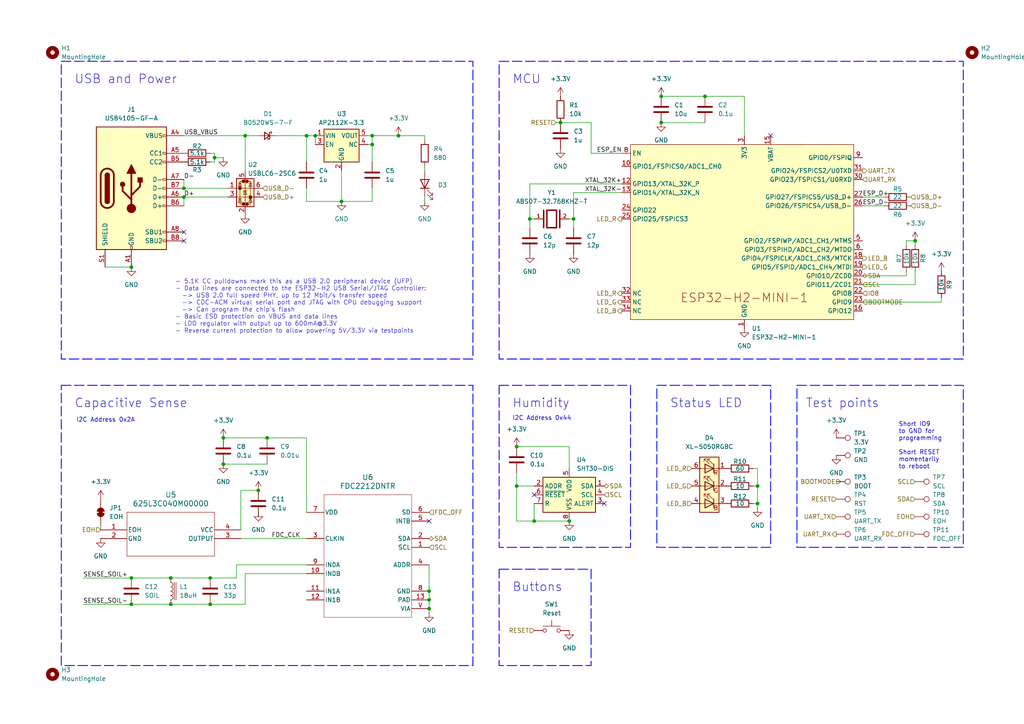
<source format=kicad_sch>
(kicad_sch (version 20250114) (generator "eeschema") (generator_version "9.0")
  (paper "A4")
  (title_block (title "Soil Monitor v0.1"))
  (lib_symbols
    (symbol "625L3C040M00000:625L3C040M00000" (pin_names (offset 0.254))
      (property "Reference" "U" (at 20.32 10.16 0))
      (property "Value" "625L3C040M00000" (at 20.32 7.62 0))
      (symbol "625L3C040M00000_0_1"
        (pin unspecified line (at 0 0 0) (length 7.62) (name "EOH") (number "1"))
        (pin power_out line (at 0 -2.54 0) (length 7.62) (name "GND") (number "2"))
        (pin power_in line (at 40.64 0 180) (length 7.62) (name "VCC") (number "4"))
        (pin output line (at 40.64 -2.54 180) (length 7.62) (name "OUTPUT") (number "3"))
      )
    )
    (symbol "ABS07-32.768KHZ-T:ABS07-32.768KHZ-T" (pin_names (offset 1.016))
      (property "Reference" "Y" (at -5.0878 3.8159 0))
      (property "Value" "ABS07-32.768KHZ-T" (at -5.0944 -5.0944 0))
      (symbol "ABS07-32.768KHZ-T_0_0"
        (pin passive line (at -5.08 0 0) (length 2.54) (name "~") (number "1"))
        (pin passive line (at 5.08 0 180) (length 2.54) (name "~") (number "2"))
      )
    )
    (symbol "Connector:TestPoint" (pin_numbers (hide yes)) (pin_names (offset 0.762) (hide yes))
      (property "Reference" "TP" (at 0 6.858 0))
      (property "Value" "TestPoint" (at 0 5.08 0))
      (symbol "TestPoint_1_1"
        (pin passive line (at 0 0 90) (length 2.54) (name "1") (number "1"))
      )
    )
    (symbol "Connector:USB_C_Receptacle_USB2.0_16P" (pin_names (offset 1.016))
      (property "Reference" "J" (at 0 22.225 0))
      (property "Value" "USB_C_Receptacle_USB2.0_16P" (at 0 19.685 0))
      (symbol "USB_C_Receptacle_USB2.0_16P_1_1"
        (pin passive line (at -7.62 -22.86 90) (length 5.08) (name "SHIELD") (number "S1"))
        (pin passive line (at 0 -22.86 90) (length 5.08) (name "GND") (number "A1"))
        (pin passive line (at 0 -22.86 90) (length 5.08) (hide yes) (name "GND") (number "A12"))
        (pin passive line (at 0 -22.86 90) (length 5.08) (hide yes) (name "GND") (number "B1"))
        (pin passive line (at 0 -22.86 90) (length 5.08) (hide yes) (name "GND") (number "B12"))
        (pin passive line (at 15.24 15.24 180) (length 5.08) (name "VBUS") (number "A4"))
        (pin passive line (at 15.24 15.24 180) (length 5.08) (hide yes) (name "VBUS") (number "A9"))
        (pin passive line (at 15.24 15.24 180) (length 5.08) (hide yes) (name "VBUS") (number "B4"))
        (pin passive line (at 15.24 15.24 180) (length 5.08) (hide yes) (name "VBUS") (number "B9"))
        (pin bidirectional line (at 15.24 10.16 180) (length 5.08) (name "CC1") (number "A5"))
        (pin bidirectional line (at 15.24 7.62 180) (length 5.08) (name "CC2") (number "B5"))
        (pin bidirectional line (at 15.24 2.54 180) (length 5.08) (name "D-") (number "A7"))
        (pin bidirectional line (at 15.24 0 180) (length 5.08) (name "D-") (number "B7"))
        (pin bidirectional line (at 15.24 -2.54 180) (length 5.08) (name "D+") (number "A6"))
        (pin bidirectional line (at 15.24 -5.08 180) (length 5.08) (name "D+") (number "B6"))
        (pin bidirectional line (at 15.24 -12.7 180) (length 5.08) (name "SBU1") (number "A8"))
        (pin bidirectional line (at 15.24 -15.24 180) (length 5.08) (name "SBU2") (number "B8"))
      )
    )
    (symbol "Device:C" (pin_numbers (hide yes)) (pin_names (offset 0.254))
      (property "Reference" "C" (at 0.635 2.54 0))
      (property "Value" "C" (at 0.635 -2.54 0))
      (symbol "C_1_1"
        (pin passive line (at 0 3.81 270) (length 2.794) (name "~") (number "1"))
        (pin passive line (at 0 -3.81 90) (length 2.794) (name "~") (number "2"))
      )
    )
    (symbol "Device:D_Schottky_Small" (pin_numbers (hide yes)) (pin_names (offset 0.254) (hide yes))
      (property "Reference" "D" (at -1.27 2.032 0))
      (property "Value" "D_Schottky_Small" (at -7.112 -2.032 0))
      (symbol "D_Schottky_Small_1_1"
        (pin passive line (at -2.54 0 0) (length 1.778) (name "K") (number "1"))
        (pin passive line (at 2.54 0 180) (length 1.778) (name "A") (number "2"))
      )
    )
    (symbol "Device:LED" (pin_numbers (hide yes)) (pin_names (offset 1.016) (hide yes))
      (property "Reference" "D" (at 0 2.54 0))
      (property "Value" "LED" (at 0 -2.54 0))
      (symbol "LED_1_1"
        (pin passive line (at -3.81 0 0) (length 2.54) (name "K") (number "1"))
        (pin passive line (at 3.81 0 180) (length 2.54) (name "A") (number "2"))
      )
    )
    (symbol "Device:LED_RGB" (pin_names (offset 0) (hide yes))
      (property "Reference" "D" (at 0 9.398 0))
      (property "Value" "LED_RGB" (at 0 -8.89 0))
      (symbol "LED_RGB_0_0"
        (text "R" (at -1.905 3.81 0) (effects (font (size 1.27 1.27))))
        (text "G" (at -1.905 -1.27 0) (effects (font (size 1.27 1.27))))
        (text "B" (at -1.905 -6.35 0) (effects (font (size 1.27 1.27))))
      )
      (symbol "LED_RGB_1_1"
        (pin passive line (at -5.08 5.08 0) (length 2.54) (name "RK") (number "1"))
        (pin passive line (at -5.08 0 0) (length 2.54) (name "GK") (number "2"))
        (pin passive line (at -5.08 -5.08 0) (length 2.54) (name "BK") (number "3"))
        (pin passive line (at 5.08 5.08 180) (length 2.54) (name "RA") (number "6"))
        (pin passive line (at 5.08 0 180) (length 2.54) (name "GA") (number "5"))
        (pin passive line (at 5.08 -5.08 180) (length 2.54) (name "BA") (number "4"))
      )
    )
    (symbol "Device:L_Iron" (pin_numbers (hide yes)) (pin_names (offset 1.016) (hide yes))
      (property "Reference" "L" (at -1.27 0 90))
      (property "Value" "L_Iron" (at 2.794 0 90))
      (symbol "L_Iron_1_1"
        (pin passive line (at 0 3.81 270) (length 1.27) (name "1") (number "1"))
        (pin passive line (at 0 -3.81 90) (length 1.27) (name "2") (number "2"))
      )
    )
    (symbol "Device:R" (pin_numbers (hide yes)) (pin_names (offset 0))
      (property "Reference" "R" (at 2.032 0 90))
      (property "Value" "R" (at 0 0 90))
      (symbol "R_1_1"
        (pin passive line (at 0 3.81 270) (length 1.27) (name "~") (number "1"))
        (pin passive line (at 0 -3.81 90) (length 1.27) (name "~") (number "2"))
      )
    )
    (symbol "FDC2212DNTR:FDC2212DNTR" (pin_names (offset 0.254))
      (property "Reference" "U" (at 0 2.54 0))
      (property "Value" "FDC2212DNTR" (at 0 0 0))
      (symbol "FDC2212DNTR_0_1"
        (pin power_in line (at -17.78 12.7 0) (length 5.08) (name "VDD") (number "7"))
        (pin input line (at -17.78 5.08 0) (length 5.08) (name "CLKIN") (number "3"))
        (pin input line (at -17.78 -2.54 0) (length 5.08) (name "IN0A") (number "9"))
        (pin input line (at -17.78 -5.08 0) (length 5.08) (name "IN0B") (number "10"))
        (pin input line (at -17.78 -10.16 0) (length 5.08) (name "IN1A") (number "11"))
        (pin input line (at -17.78 -12.7 0) (length 5.08) (name "IN1B") (number "12"))
        (pin input line (at 17.78 12.7 180) (length 5.08) (name "SD") (number "6"))
        (pin output line (at 17.78 10.16 180) (length 5.08) (name "INTB") (number "5"))
        (pin bidirectional line (at 17.78 5.08 180) (length 5.08) (name "SDA") (number "2"))
        (pin input line (at 17.78 2.54 180) (length 5.08) (name "SCL") (number "1"))
        (pin input line (at 17.78 -2.54 180) (length 5.08) (name "ADDR") (number "4"))
      )
      (symbol "FDC2212DNTR_1_1"
        (pin power_in line (at 17.78 -10.16 180) (length 5.08) (name "GND") (number "8"))
        (pin power_in line (at 17.78 -12.7 180) (length 5.08) (name "PAD") (number "13"))
        (pin power_in line (at 17.78 -15.24 180) (length 5.08) (name "VIA") (number "V"))
      )
    )
    (symbol "Jumper:SolderJumper_2_Bridged" (pin_numbers (hide yes)) (pin_names (offset 0) (hide yes)) (in_bom no)
      (property "Reference" "JP" (at 0 2.032 0))
      (property "Value" "SolderJumper_2_Bridged" (at 0 -2.54 0))
      (symbol "SolderJumper_2_Bridged_1_1"
        (pin passive line (at -3.81 0 0) (length 2.54) (name "A") (number "1"))
        (pin passive line (at 3.81 0 180) (length 2.54) (name "B") (number "2"))
      )
    )
    (symbol "Mechanical:MountingHole" (pin_names (offset 1.016)) (in_bom no)
      (property "Reference" "H" (at 0 5.08 0))
      (property "Value" "MountingHole" (at 0 3.175 0))
    )
    (symbol "PCM_Espressif:ESP32-H2-MINI-1"
      (property "Reference" "U1" (at 2.1433 -27.94 0))
      (property "Value" "ESP32-H2-MINI-1" (at 2.1433 -30.48 0))
      (symbol "ESP32-H2-MINI-1_1_0"
        (text "ESP32-H2-MINI-1" (at 0 -19.05 0) (effects (font (size 2.54 2.54))))
        (pin bidirectional line (at -35.56 19.05 0) (length 2.54) (name "GPIO1/FSPICS0/ADC1_CH0") (number "10"))
        (pin bidirectional line (at -35.56 6.35 0) (length 2.54) (name "GPIO22") (number "24"))
        (pin bidirectional line (at -35.56 3.81 0) (length 2.54) (name "GPIO25/FSPICS3") (number "25"))
        (pin no_connect line (at -35.56 -13.97 0) (length 2.54) (hide yes) (name "NC") (number "17"))
        (pin no_connect line (at -35.56 -13.97 0) (length 2.54) (hide yes) (name "NC") (number "28"))
        (pin no_connect line (at -35.56 -13.97 0) (length 2.54) (hide yes) (name "NC") (number "29"))
        (pin no_connect line (at -35.56 -13.97 0) (length 2.54) (hide yes) (name "NC") (number "35"))
        (pin no_connect line (at -35.56 -13.97 0) (length 2.54) (hide yes) (name "NC") (number "4"))
        (pin no_connect line (at -35.56 -13.97 0) (length 2.54) (hide yes) (name "NC") (number "7"))
        (pin passive line (at -35.56 -17.78 0) (length 2.54) (name "NC") (number "32"))
        (pin passive line (at -35.56 -20.32 0) (length 2.54) (name "NC") (number "33"))
        (pin passive line (at -35.56 -22.86 0) (length 2.54) (name "NC") (number "34"))
        (pin bidirectional line (at 34.29 21.59 180) (length 2.54) (name "GPIO0/FSPIQ") (number "9"))
      )
      (symbol "ESP32-H2-MINI-1_1_1"
        (pin input line (at -35.56 22.86 0) (length 2.54) (name "EN") (number "8"))
        (pin bidirectional line (at -35.56 13.97 0) (length 2.54) (name "GPIO13/XTAL_32K_P") (number "12"))
        (pin bidirectional line (at -35.56 11.43 0) (length 2.54) (name "GPIO14/XTAL_32K_N") (number "13"))
        (pin power_in line (at 0 27.94 270) (length 2.54) (name "3V3") (number "3"))
        (pin power_in line (at 0 -27.94 90) (length 2.54) (name "GND") (number "1"))
        (pin passive line (at 0 -27.94 90) (length 2.54) (hide yes) (name "GND") (number "11"))
        (pin passive line (at 0 -27.94 90) (length 2.54) (hide yes) (name "GND") (number "14"))
        (pin passive line (at 0 -27.94 90) (length 2.54) (hide yes) (name "GND") (number "2"))
        (pin passive line (at 0 -27.94 90) (length 2.54) (hide yes) (name "GND") (number "36"))
        (pin passive line (at 0 -27.94 90) (length 2.54) (hide yes) (name "GND") (number "37"))
        (pin passive line (at 0 -27.94 90) (length 2.54) (hide yes) (name "GND") (number "38"))
        (pin passive line (at 0 -27.94 90) (length 2.54) (hide yes) (name "GND") (number "39"))
        (pin passive line (at 0 -27.94 90) (length 2.54) (hide yes) (name "GND") (number "40"))
        (pin passive line (at 0 -27.94 90) (length 2.54) (hide yes) (name "GND") (number "41"))
        (pin passive line (at 0 -27.94 90) (length 2.54) (hide yes) (name "GND") (number "42"))
        (pin passive line (at 0 -27.94 90) (length 2.54) (hide yes) (name "GND") (number "43"))
        (pin passive line (at 0 -27.94 90) (length 2.54) (hide yes) (name "GND") (number "44"))
        (pin passive line (at 0 -27.94 90) (length 2.54) (hide yes) (name "GND") (number "45"))
        (pin passive line (at 0 -27.94 90) (length 2.54) (hide yes) (name "GND") (number "46"))
        (pin passive line (at 0 -27.94 90) (length 2.54) (hide yes) (name "GND") (number "47"))
        (pin passive line (at 0 -27.94 90) (length 2.54) (hide yes) (name "GND") (number "48"))
        (pin passive line (at 0 -27.94 90) (length 2.54) (hide yes) (name "GND") (number "49"))
        (pin passive line (at 0 -27.94 90) (length 2.54) (hide yes) (name "GND") (number "50"))
        (pin passive line (at 0 -27.94 90) (length 2.54) (hide yes) (name "GND") (number "51"))
        (pin passive line (at 0 -27.94 90) (length 2.54) (hide yes) (name "GND") (number "52"))
        (pin passive line (at 0 -27.94 90) (length 2.54) (hide yes) (name "GND") (number "53"))
        (pin input line (at 7.62 27.94 270) (length 2.54) (name "VBAT") (number "15"))
        (pin bidirectional line (at 34.29 17.78 180) (length 2.54) (name "GPIO24/FSPICS2/U0TXD") (number "31"))
        (pin bidirectional line (at 34.29 15.24 180) (length 2.54) (name "GPIO23/FSPICS1/U0RXD") (number "30"))
        (pin bidirectional line (at 34.29 10.16 180) (length 2.54) (name "GPIO27/FSPICS5/USB_D+") (number "27"))
        (pin bidirectional line (at 34.29 7.62 180) (length 2.54) (name "GPIO26/FSPICS4/USB_D-") (number "26"))
        (pin bidirectional line (at 34.29 -2.54 180) (length 2.54) (name "GPIO2/FSPIWP/ADC1_CH1/MTMS") (number "5"))
        (pin bidirectional line (at 34.29 -5.08 180) (length 2.54) (name "GPIO3/FSPIHD/ADC1_CH2/MTDO") (number "6"))
        (pin bidirectional line (at 34.29 -7.62 180) (length 2.54) (name "GPIO4/FSPICLK/ADC1_CH3/MTCK") (number "18"))
        (pin bidirectional line (at 34.29 -10.16 180) (length 2.54) (name "GPIO5/FSPID/ADC1_CH4/MTDI") (number "19"))
        (pin bidirectional line (at 34.29 -12.7 180) (length 2.54) (name "GPIO10/ZCD0") (number "20"))
        (pin bidirectional line (at 34.29 -15.24 180) (length 2.54) (name "GPIO11/ZCD1") (number "21"))
        (pin bidirectional line (at 34.29 -17.78 180) (length 2.54) (name "GPIO8") (number "22"))
        (pin bidirectional line (at 34.29 -20.32 180) (length 2.54) (name "GPIO9") (number "23"))
        (pin bidirectional line (at 34.29 -22.86 180) (length 2.54) (name "GPIO12") (number "16"))
      )
    )
    (symbol "Power_Protection:USBLC6-2SC6" (pin_names (hide yes))
      (property "Reference" "U" (at 0.635 5.715 0))
      (property "Value" "USBLC6-2SC6" (at 0.635 3.81 0))
      (symbol "USBLC6-2SC6_1_1"
        (pin passive line (at -5.08 0 0) (length 2.54) (name "I/O1") (number "1"))
        (pin passive line (at -5.08 -2.54 0) (length 2.54) (name "I/O2") (number "3"))
        (pin passive line (at 0 5.08 270) (length 2.54) (name "VBUS") (number "5"))
        (pin passive line (at 0 -7.62 90) (length 2.54) (name "GND") (number "2"))
        (pin passive line (at 5.08 0 180) (length 2.54) (name "I/O1") (number "6"))
        (pin passive line (at 5.08 -2.54 180) (length 2.54) (name "I/O2") (number "4"))
      )
    )
    (symbol "Regulator_Linear:AP2112K-3.3" (pin_names (offset 0.254))
      (property "Reference" "U3" (at 0 8.89 0))
      (property "Value" "AP2112K-3.3" (at 0 6.35 0))
      (symbol "AP2112K-3.3_1_1"
        (pin power_in line (at -7.62 2.54 0) (length 2.54) (name "VIN") (number "1"))
        (pin input line (at -7.62 0 0) (length 2.54) (name "EN") (number "3"))
        (pin power_in line (at 0 -7.62 90) (length 2.54) (name "GND") (number "2"))
        (pin no_connect line (at 5.08 0 180) (length 2.54) (hide yes) (name "NC") (number "4"))
        (pin power_out line (at 7.62 2.54 180) (length 2.54) (name "VOUT") (number "5"))
        (pin passive line (at 7.62 0 180) (length 2.54) (name "NC") (number "4"))
      )
    )
    (symbol "Sensor_Humidity:SHT30-DIS"
      (property "Reference" "U" (at -6.35 6.35 0))
      (property "Value" "SHT30-DIS" (at 6.35 6.35 0))
      (symbol "SHT30-DIS_1_1"
        (pin input line (at -10.16 2.54 0) (length 2.54) (name "ADDR") (number "2"))
        (pin input line (at -10.16 0 0) (length 2.54) (name "~{RESET}") (number "6"))
        (pin passive line (at -10.16 -2.54 0) (length 2.54) (name "R") (number "7"))
        (pin power_in line (at 0 7.62 270) (length 2.54) (name "VDD") (number "5"))
        (pin power_in line (at 0 -7.62 90) (length 2.54) (name "VSS") (number "8"))
        (pin passive line (at 0 -7.62 90) (length 2.54) (hide yes) (name "VSS") (number "9"))
        (pin bidirectional line (at 10.16 2.54 180) (length 2.54) (name "SDA") (number "1"))
        (pin input line (at 10.16 0 180) (length 2.54) (name "SCL") (number "4"))
        (pin output line (at 10.16 -2.54 180) (length 2.54) (name "ALERT") (number "3"))
      )
    )
    (symbol "Switch:SW_Push" (pin_numbers (hide yes)) (pin_names (offset 1.016) (hide yes))
      (property "Reference" "SW" (at 1.27 2.54 0))
      (property "Value" "SW_Push" (at 0 -1.524 0))
      (symbol "SW_Push_0_1"
        (pin passive line (at -5.08 0 0) (length 2.54) (name "1") (number "1"))
        (pin passive line (at 5.08 0 180) (length 2.54) (name "2") (number "2"))
      )
    )
    (symbol "power:+3.3V" (power) (pin_numbers (hide yes)) (pin_names (offset 0) (hide yes))
      (property "Value" "+3.3V" (at 0 3.556 0))
      (symbol "+3.3V_1_1"
        (pin power_in line (at 0 0 90) (length 0) (name "~") (number "1"))
      )
    )
    (symbol "power:+3V3" (power) (pin_numbers (hide yes)) (pin_names (offset 0) (hide yes))
      (property "Value" "+3V3" (at 0 3.556 0))
      (symbol "+3V3_1_1"
        (pin power_in line (at 0 0 90) (length 0) (name "~") (number "1"))
      )
    )
    (symbol "power:GND" (power) (pin_numbers (hide yes)) (pin_names (offset 0) (hide yes))
      (property "Value" "GND" (at 0 -3.81 0))
      (symbol "GND_1_1"
        (pin power_in line (at 0 0 270) (length 0) (name "~") (number "1"))
      )
    )
  )
  (rectangle (start 144.78 111.76) (end 182.88 158.75) (stroke (width 0.254) (type dash) (color 0 0 255 1)))
  (rectangle (start 17.78 111.76) (end 137.16 193.04) (stroke (width 0.254) (type dash) (color 0 0 255 1)))
  (rectangle (start 17.78 17.78) (end 137.16 104.14) (stroke (width 0.254) (type dash) (color 0 0 255 1)))
  (rectangle (start 190.5 111.76) (end 223.52 158.75) (stroke (width 0.254) (type dash) (color 0 0 255 1)))
  (rectangle (start 144.78 165.1) (end 171.45 193.04) (stroke (width 0.254) (type dash) (color 0 0 255 1)))
  (rectangle (start 144.78 17.78) (end 279.4 104.14) (stroke (width 0.254) (type dash) (color 0 0 255 1)))
  (rectangle (start 231.14 111.76) (end 279.4 158.75) (stroke (width 0.254) (type dash) (color 0 0 255 1)))
  (text "Capacitive Sense" (at 21.59 115.57 0) (effects (font (size 2.54 2.54)) (justify left top)))
  (text "Humidity" (at 148.59 115.57 0) (effects (font (size 2.54 2.54)) (justify left top)))
  (text "Short IO9\nto GND for\nprogramming\n\nShort RESET\nmomentarily\nto reboot" (at 260.604 129.286 0) (effects (font (size 1.27 1.27)) (justify left)))
  (text "Status LED" (at 194.31 115.57 0) (effects (font (size 2.54 2.54)) (justify left top)))
  (text "I2C Address 0x2A" (at 22.098 121.158 0) (effects (font (size 1.27 1.27)) (justify left top)))
  (text "MCU" (at 148.59 21.59 0) (effects (font (size 2.54 2.54)) (justify left top)))
  (text "- 5.1K CC pulldowns mark this as a USB 2.0 peripheral device (UFP)\n- Data lines are connected to the ESP32-H2 USB Serial/JTAG Controller:\n  -> USB 2.0 full speed PHY, up to 12 Mbit/s transfer speed \n  -> CDC-ACM virtual serial port and JTAG with CPU debugging support\n  -> Can program the chip's flash\n- Basic ESD protection on VBUS and data lines\n- LDO regulator with output up to 600mA@3.3V\n- Reverse current protection to allow powering 5V/3.3V via testpoints" (at 50.8 81.026 0) (effects (font (size 1.27 1.27) (thickness 0.1111)) (justify left top)))
  (text "USB and Power" (at 21.59 21.59 0) (effects (font (size 2.54 2.54)) (justify left top)))
  (text "I2C Address 0x44" (at 148.59 120.65 0) (effects (font (size 1.27 1.27)) (justify left top)))
  (text "Buttons" (at 148.59 168.91 0) (effects (font (size 2.54 2.54)) (justify left top)))
  (text "Test points" (at 233.68 115.57 0) (effects (font (size 2.54 2.54)) (justify left top)))
  (junction (at 107.95 41.91))
  (junction (at 124.46 173.99))
  (junction (at 88.9 39.37))
  (junction (at 219.71 140.97))
  (junction (at 154.94 151.13))
  (junction (at 62.23 45.72))
  (junction (at 38.1 77.47))
  (junction (at 60.96 175.26))
  (junction (at 153.67 63.5))
  (junction (at 49.53 175.26))
  (junction (at 60.96 167.64))
  (junction (at 53.34 57.15))
  (junction (at 99.06 58.42))
  (junction (at 124.46 171.45))
  (junction (at 53.34 54.61))
  (junction (at 219.71 146.05))
  (junction (at 124.46 176.53))
  (junction (at 149.86 140.97))
  (junction (at 74.93 142.24))
  (junction (at 77.47 127))
  (junction (at 191.77 35.56))
  (junction (at 38.1 167.64))
  (junction (at 204.47 27.94))
  (junction (at 107.95 39.37))
  (junction (at 71.12 39.37))
  (junction (at 165.1 151.13))
  (junction (at 38.1 175.26))
  (junction (at 64.77 127))
  (junction (at 64.77 134.62))
  (junction (at 166.37 63.5))
  (junction (at 115.57 39.37))
  (junction (at 49.53 167.64))
  (junction (at 191.77 27.94))
  (junction (at 149.86 129.54))
  (junction (at 265.43 69.85))
  (junction (at 162.56 35.56))
  (junction (at 91.44 39.37))
  (no_connect (at 223.52 39.37))
  (no_connect (at 53.34 67.31))
  (no_connect (at 175.26 146.05))
  (no_connect (at 154.94 143.51))
  (no_connect (at 53.34 69.85))
  (no_connect (at 124.46 151.13))
  (wire (pts (xy 243.84 139.7) (xy 242.57 139.7)))
  (wire (pts (xy 215.9 27.94) (xy 204.47 27.94)))
  (wire (pts (xy 62.23 45.72) (xy 62.23 46.99)))
  (wire (pts (xy 38.1 175.26) (xy 49.53 175.26)))
  (wire (pts (xy 124.46 163.83) (xy 124.46 171.45)))
  (wire (pts (xy 53.34 57.15) (xy 66.04 57.15)))
  (wire (pts (xy 166.37 63.5) (xy 165.1 63.5)))
  (wire (pts (xy 219.71 140.97) (xy 219.71 146.05)))
  (wire (pts (xy 62.23 46.99) (xy 60.96 46.99)))
  (wire (pts (xy 219.71 146.05) (xy 218.44 146.05)))
  (wire (pts (xy 171.45 35.56) (xy 171.45 44.45)))
  (wire (pts (xy 74.93 148.59) (xy 74.93 149.86)))
  (wire (pts (xy 60.96 175.26) (xy 71.12 175.26)))
  (wire (pts (xy 123.19 57.15) (xy 123.19 58.42)))
  (wire (pts (xy 250.19 57.15) (xy 256.54 57.15)))
  (wire (pts (xy 191.77 27.94) (xy 204.47 27.94)))
  (wire (pts (xy 38.1 167.64) (xy 49.53 167.64)))
  (wire (pts (xy 262.89 71.12) (xy 262.89 69.85)))
  (wire (pts (xy 107.95 41.91) (xy 107.95 46.99)))
  (wire (pts (xy 88.9 46.99) (xy 88.9 39.37)))
  (wire (pts (xy 165.1 129.54) (xy 149.86 129.54)))
  (wire (pts (xy 88.9 54.61) (xy 88.9 58.42)))
  (wire (pts (xy 265.43 82.55) (xy 250.19 82.55)))
  (wire (pts (xy 219.71 135.89) (xy 218.44 135.89)))
  (wire (pts (xy 88.9 127) (xy 88.9 148.59)))
  (wire (pts (xy 219.71 146.05) (xy 219.71 147.32)))
  (wire (pts (xy 265.43 71.12) (xy 265.43 69.85)))
  (wire (pts (xy 88.9 166.37) (xy 71.12 166.37)))
  (wire (pts (xy 49.53 175.26) (xy 60.96 175.26)))
  (wire (pts (xy 62.23 44.45) (xy 60.96 44.45)))
  (wire (pts (xy 250.19 59.69) (xy 256.54 59.69)))
  (wire (pts (xy 153.67 53.34) (xy 153.67 63.5)))
  (wire (pts (xy 80.01 39.37) (xy 88.9 39.37)))
  (wire (pts (xy 53.34 39.37) (xy 71.12 39.37)))
  (wire (pts (xy 219.71 140.97) (xy 218.44 140.97)))
  (wire (pts (xy 124.46 173.99) (xy 124.46 176.53)))
  (wire (pts (xy 124.46 171.45) (xy 124.46 173.99)))
  (wire (pts (xy 69.85 156.21) (xy 88.9 156.21)))
  (wire (pts (xy 166.37 55.88) (xy 180.34 55.88)))
  (wire (pts (xy 273.05 86.36) (xy 273.05 87.63)))
  (wire (pts (xy 154.94 140.97) (xy 149.86 140.97)))
  (wire (pts (xy 88.9 39.37) (xy 91.44 39.37)))
  (wire (pts (xy 219.71 135.89) (xy 219.71 140.97)))
  (wire (pts (xy 153.67 63.5) (xy 154.94 63.5)))
  (wire (pts (xy 99.06 58.42) (xy 107.95 58.42)))
  (wire (pts (xy 161.29 35.56) (xy 162.56 35.56)))
  (wire (pts (xy 149.86 151.13) (xy 154.94 151.13)))
  (wire (pts (xy 154.94 151.13) (xy 165.1 151.13)))
  (wire (pts (xy 171.45 35.56) (xy 162.56 35.56)))
  (wire (pts (xy 30.48 77.47) (xy 38.1 77.47)))
  (wire (pts (xy 69.85 142.24) (xy 69.85 153.67)))
  (wire (pts (xy 106.68 39.37) (xy 107.95 39.37)))
  (wire (pts (xy 24.13 167.64) (xy 38.1 167.64)))
  (wire (pts (xy 149.86 137.16) (xy 149.86 140.97)))
  (wire (pts (xy 250.19 87.63) (xy 273.05 87.63)))
  (wire (pts (xy 153.67 63.5) (xy 153.67 66.04)))
  (wire (pts (xy 123.19 49.53) (xy 123.19 48.26)))
  (wire (pts (xy 53.34 52.07) (xy 53.34 54.61)))
  (wire (pts (xy 53.34 54.61) (xy 66.04 54.61)))
  (wire (pts (xy 123.19 40.64) (xy 123.19 39.37)))
  (wire (pts (xy 24.13 175.26) (xy 38.1 175.26)))
  (wire (pts (xy 124.46 176.53) (xy 124.46 177.8)))
  (wire (pts (xy 88.9 58.42) (xy 99.06 58.42)))
  (wire (pts (xy 71.12 39.37) (xy 71.12 49.53)))
  (wire (pts (xy 64.77 45.72) (xy 62.23 45.72)))
  (wire (pts (xy 107.95 39.37) (xy 107.95 41.91)))
  (wire (pts (xy 53.34 57.15) (xy 53.34 59.69)))
  (wire (pts (xy 68.58 163.83) (xy 88.9 163.83)))
  (wire (pts (xy 262.89 80.01) (xy 250.19 80.01)))
  (wire (pts (xy 153.67 53.34) (xy 180.34 53.34)))
  (wire (pts (xy 71.12 166.37) (xy 71.12 175.26)))
  (wire (pts (xy 262.89 78.74) (xy 262.89 80.01)))
  (wire (pts (xy 149.86 140.97) (xy 149.86 151.13)))
  (wire (pts (xy 29.21 152.4) (xy 29.21 153.67)))
  (wire (pts (xy 71.12 39.37) (xy 74.93 39.37)))
  (wire (pts (xy 107.95 54.61) (xy 107.95 58.42)))
  (wire (pts (xy 107.95 39.37) (xy 115.57 39.37)))
  (wire (pts (xy 166.37 63.5) (xy 166.37 66.04)))
  (wire (pts (xy 166.37 55.88) (xy 166.37 63.5)))
  (wire (pts (xy 171.45 44.45) (xy 180.34 44.45)))
  (wire (pts (xy 62.23 44.45) (xy 62.23 45.72)))
  (wire (pts (xy 191.77 35.56) (xy 204.47 35.56)))
  (wire (pts (xy 60.96 167.64) (xy 68.58 167.64)))
  (wire (pts (xy 64.77 134.62) (xy 77.47 134.62)))
  (wire (pts (xy 49.53 167.64) (xy 60.96 167.64)))
  (wire (pts (xy 77.47 127) (xy 88.9 127)))
  (wire (pts (xy 74.93 142.24) (xy 69.85 142.24)))
  (wire (pts (xy 154.94 146.05) (xy 154.94 151.13)))
  (wire (pts (xy 265.43 78.74) (xy 265.43 82.55)))
  (wire (pts (xy 123.19 39.37) (xy 115.57 39.37)))
  (wire (pts (xy 91.44 39.37) (xy 91.44 41.91)))
  (wire (pts (xy 215.9 39.37) (xy 215.9 27.94)))
  (wire (pts (xy 106.68 41.91) (xy 107.95 41.91)))
  (wire (pts (xy 68.58 167.64) (xy 68.58 163.83)))
  (wire (pts (xy 99.06 58.42) (xy 99.06 49.53)))
  (wire (pts (xy 262.89 69.85) (xy 265.43 69.85)))
  (wire (pts (xy 64.77 127) (xy 77.47 127)))
  (wire (pts (xy 165.1 135.89) (xy 165.1 129.54)))
  (label "ESP_D-" (at 250.19 59.69 0))
  (label "FDC_CLK" (at 78.74 156.21 0))
  (label "XTAL_32K+" (at 180.34 53.34 180))
  (label "USB_VBUS" (at 53.34 39.37 0))
  (label "XTAL_32K-" (at 180.34 55.88 180))
  (label "D+" (at 53.34 57.15 0))
  (label "ESP_EN" (at 180.34 44.45 180))
  (label "SENSE_SOIL+" (at 24.13 167.64 0))
  (label "D-" (at 53.34 52.07 0))
  (label "SENSE_SOIL-" (at 24.13 175.26 0))
  (label "ESP_D+" (at 250.19 57.15 0))
  (hierarchical_label "RESET" (shape input) (at 161.29 35.56 180))
  (hierarchical_label "LED_G" (shape output) (at 180.34 87.63 180))
  (hierarchical_label "USB_D-" (shape input) (at 76.2 54.61 0))
  (hierarchical_label "EOH" (shape input) (at 29.21 153.67 180))
  (hierarchical_label "RESET" (shape input) (at 154.94 182.88 180))
  (hierarchical_label "SDA" (shape bidirectional) (at 124.46 156.21 0))
  (hierarchical_label "LED_G" (shape input) (at 200.66 140.97 180))
  (hierarchical_label "FDC_OFF" (shape input) (at 265.43 154.94 180))
  (hierarchical_label "UART_TX" (shape output) (at 250.19 49.53 0))
  (hierarchical_label "RESET" (shape input) (at 242.57 144.78 180))
  (hierarchical_label "LED_B" (shape output) (at 180.34 90.17 180))
  (hierarchical_label "UART_RX" (shape output) (at 242.57 154.94 180))
  (hierarchical_label "LED_B" (shape input) (at 200.66 146.05 180))
  (hierarchical_label "EOH" (shape input) (at 265.43 149.86 180))
  (hierarchical_label "LED_R" (shape output) (at 180.34 63.5 180))
  (hierarchical_label "USB_D-" (shape input) (at 264.16 59.69 0))
  (hierarchical_label "SCL" (shape input) (at 175.26 143.51 0))
  (hierarchical_label "UART_TX" (shape input) (at 242.57 149.86 180))
  (hierarchical_label "SDA" (shape input) (at 265.43 144.78 180))
  (hierarchical_label "UART_RX" (shape input) (at 250.19 52.07 0))
  (hierarchical_label "FDC_OFF" (shape input) (at 124.46 148.59 0))
  (hierarchical_label "SCL" (shape input) (at 265.43 139.7 180))
  (hierarchical_label "IO8" (shape input) (at 250.19 85.09 0))
  (hierarchical_label "BOOTMODE" (shape input) (at 243.84 139.7 180))
  (hierarchical_label "LED_G" (shape output) (at 250.19 77.47 0))
  (hierarchical_label "SDA" (shape bidirectional) (at 250.19 80.01 0))
  (hierarchical_label "USB_D+" (shape input) (at 264.16 57.15 0))
  (hierarchical_label "USB_D+" (shape input) (at 76.2 57.15 0))
  (hierarchical_label "SDA" (shape bidirectional) (at 175.26 140.97 0))
  (hierarchical_label "LED_R" (shape output) (at 180.34 85.09 180))
  (hierarchical_label "LED_R" (shape input) (at 200.66 135.89 180))
  (hierarchical_label "SCL" (shape input) (at 124.46 158.75 0))
  (hierarchical_label "SCL" (shape input) (at 250.19 82.55 0))
  (hierarchical_label "LED_B" (shape output) (at 250.19 74.93 0))
  (hierarchical_label "BOOTMODE" (shape input) (at 250.19 87.63 0))
  (symbol (lib_id "Device:C") (at 74.93 146.05 0) (unit 1)
    (property "Reference" "C11" (at 78.74 144.7799 0) (effects (justify left)))
    (property "Value" "0.1u" (at 78.74 147.3199 0) (effects (justify left)))
    (property "Footprint" "Capacitor_SMD:C_0603_1608Metric" (effects (hide yes)))
    (property "Description" "Unpolarized capacitor" (effects (hide yes)))
  )
  (symbol (lib_id "power:GND") (at 165.1 151.13 0) (unit 1)
    (property "Reference" "#PWR024" (effects (hide yes)))
    (property "Value" "GND" (at 165.1 156.21 0))
    (property "Description" "Power symbol creates a global label with name \"GND\" , ground" (effects (hide yes)))
  )
  (symbol (lib_id "power:GND") (at 123.19 58.42 0) (unit 1)
    (property "Reference" "#PWR08" (effects (hide yes)))
    (property "Value" "GND" (at 123.19 63.5 0))
    (property "Description" "Power symbol creates a global label with name \"GND\" , ground" (effects (hide yes)))
  )
  (symbol (lib_id "power:+3.3V") (at 242.57 127 0) (unit 1)
    (property "Reference" "#PWR025" (effects (hide yes)))
    (property "Value" "+3.3V" (at 242.57 121.92 0))
    (property "Description" "Power symbol creates a global label with name \"+3.3V\"" (effects (hide yes)))
  )
  (symbol (lib_id "FDC2212DNTR:FDC2212DNTR") (at 106.68 161.29 0) (unit 1)
    (property "Reference" "U6" (at 106.68 138.43 0) (effects (font (size 1.524 1.524))))
    (property "Value" "FDC2212DNTR" (at 106.68 140.97 0) (effects (font (size 1.524 1.524))))
    (property "Footprint" "FDC2212DNTT:DNT0012B" (effects (hide yes)))
    (property "Datasheet" "https://www.ti.com/lit/gpn/fdc2212" (effects (hide yes)))
  )
  (symbol (lib_id "Device:R") (at 214.63 146.05 90) (unit 1)
    (property "Reference" "R12" (at 214.63 144.018 90))
    (property "Value" "10" (at 214.63 146.05 90))
    (property "Footprint" "Resistor_SMD:R_0603_1608Metric" (effects (hide yes)))
    (property "Description" "Resistor" (effects (hide yes)))
  )
  (symbol (lib_id "Device:R") (at 260.35 57.15 90) (unit 1)
    (property "Reference" "R5" (at 260.35 54.864 90))
    (property "Value" "22" (at 260.35 57.15 90))
    (property "Footprint" "Resistor_SMD:R_0603_1608Metric" (effects (hide yes)))
    (property "Description" "Resistor" (effects (hide yes)))
  )
  (symbol (lib_id "power:GND") (at 124.46 177.8 0) (unit 1)
    (property "Reference" "#PWR027" (effects (hide yes)))
    (property "Value" "GND" (at 124.46 182.88 0))
    (property "Description" "Power symbol creates a global label with name \"GND\" , ground" (effects (hide yes)))
  )
  (symbol (lib_id "Device:LED_RGB") (at 205.74 140.97 0) (mirror y) (unit 1)
    (property "Reference" "D4" (at 205.74 127 0))
    (property "Value" "XL-5050RGBC" (at 205.74 129.54 0))
    (property "Footprint" "LED_SMD:LED_RGB_5050-6" (effects (hide yes)))
    (property "Datasheet" "https://mm.digikey.com/Volume0/opasdata/d220001/medias/docus/6472/5962_XL-5050RGBC%20%205050%E4%B8%83%E5%BD%A9%E5%85%AD%E8%84%9A.pdf" (effects (hide yes)))
    (property "Description" "RGB LED, 6 pin package" (effects (hide yes)))
  )
  (symbol (lib_id "Device:R") (at 265.43 74.93 0) (unit 1)
    (property "Reference" "R8" (at 267.716 74.93 90))
    (property "Value" "10k" (at 265.43 74.93 90))
    (property "Footprint" "Resistor_SMD:R_0603_1608Metric" (effects (hide yes)))
    (property "Description" "Resistor" (effects (hide yes)))
  )
  (symbol (lib_id "Device:L_Iron") (at 49.53 171.45 0) (unit 1)
    (property "Reference" "L1" (at 52.07 170.1799 0) (effects (justify left)))
    (property "Value" "18uH" (at 52.07 172.72 0) (effects (justify left)))
    (property "Footprint" "Inductor_SMD:L_0603_1608Metric" (effects (hide yes)))
    (property "Description" "Inductor with iron core" (effects (hide yes)))
  )
  (symbol (lib_id "power:+3.3V") (at 273.05 78.74 0) (unit 1)
    (property "Reference" "#PWR012" (effects (hide yes)))
    (property "Value" "+3.3V" (at 273.05 73.66 0))
    (property "Description" "Power symbol creates a global label with name \"+3.3V\"" (effects (hide yes)))
  )
  (symbol (lib_id "Connector:TestPoint") (at 265.43 154.94 270) (unit 1)
    (property "Reference" "TP11" (at 270.51 153.6699 90) (effects (justify left)))
    (property "Value" "FDC_OFF" (at 270.51 156.2099 90) (effects (justify left)))
    (property "Footprint" "TestPoint:TestPoint_Pad_D1.0mm" (effects (hide yes)))
    (property "Description" "test point" (effects (hide yes)))
  )
  (symbol (lib_id "Device:C") (at 60.96 171.45 0) (unit 1)
    (property "Reference" "C13" (at 64.77 170.1799 0) (effects (justify left)))
    (property "Value" "33p" (at 64.77 172.7199 0) (effects (justify left)))
    (property "Footprint" "Capacitor_SMD:C_0603_1608Metric" (effects (hide yes)))
    (property "Description" "Unpolarized capacitor" (effects (hide yes)))
  )
  (symbol (lib_id "Connector:TestPoint") (at 242.57 154.94 270) (unit 1)
    (property "Reference" "TP6" (at 247.65 153.6699 90) (effects (justify left)))
    (property "Value" "UART_RX" (at 247.65 156.2099 90) (effects (justify left)))
    (property "Footprint" "TestPoint:TestPoint_Pad_D1.0mm" (effects (hide yes)))
    (property "Description" "test point" (effects (hide yes)))
  )
  (symbol (lib_id "Device:C") (at 166.37 69.85 0) (unit 1)
    (property "Reference" "C7" (at 170.18 68.5799 0) (effects (justify left)))
    (property "Value" "12p" (at 170.18 71.1199 0) (effects (justify left)))
    (property "Footprint" "Capacitor_SMD:C_0603_1608Metric" (effects (hide yes)))
    (property "Description" "Unpolarized capacitor" (effects (hide yes)))
  )
  (symbol (lib_id "Connector:TestPoint") (at 265.43 144.78 270) (unit 1)
    (property "Reference" "TP8" (at 270.51 143.5099 90) (effects (justify left)))
    (property "Value" "SDA" (at 270.51 146.0499 90) (effects (justify left)))
    (property "Footprint" "TestPoint:TestPoint_Pad_D1.0mm" (effects (hide yes)))
    (property "Description" "test point" (effects (hide yes)))
  )
  (symbol (lib_id "Sensor_Humidity:SHT30-DIS") (at 165.1 143.51 0) (unit 1)
    (property "Reference" "U4" (at 167.2433 133.35 0) (effects (justify left)))
    (property "Value" "SHT30-DIS" (at 167.2433 135.89 0) (effects (justify left)))
    (property "Footprint" "Sensor_Humidity:Sensirion_DFN-8-1EP_2.5x2.5mm_P0.5mm_EP1.1x1.7mm" (effects (hide yes)))
    (property "Datasheet" "https://sensirion.com/media/documents/213E6A3B/63A5A569/Datasheet_SHT3x_DIS.pdf" (effects (hide yes)))
    (property "Description" "I²C humidity and temperature sensor, ±2%RH, ±0.2°C, DFN-8" (effects (hide yes)))
  )
  (symbol (lib_id "Device:C") (at 64.77 130.81 0) (unit 1)
    (property "Reference" "C8" (at 68.58 129.5399 0) (effects (justify left)))
    (property "Value" "0.1u" (at 68.58 132.0799 0) (effects (justify left)))
    (property "Footprint" "Capacitor_SMD:C_0603_1608Metric" (effects (hide yes)))
    (property "Description" "Unpolarized capacitor" (effects (hide yes)))
  )
  (symbol (lib_id "PCM_Espressif:ESP32-H2-MINI-1") (at 215.9 67.31 0) (unit 1)
    (property "Reference" "U1" (at 218.0433 95.25 0) (effects (justify left)))
    (property "Value" "ESP32-H2-MINI-1" (at 218.0433 97.79 0) (effects (justify left)))
    (property "Footprint" "PCM_Espressif:ESP32-H2-MINI-1" (effects (hide yes)))
    (property "Datasheet" "https://www.espressif.com/sites/default/files/documentation/esp32-h2-mini-1_mini-1u_datasheet_en.pdf" (effects (hide yes)))
    (property "Description" "ESP32-C2-MINI-1 family is an ultra-low-power MCU-based SoC solution that supports Bluetooth®Low Energy (Bluetooth LE), Zigbee 3.0 and Matter" (effects (hide yes)))
  )
  (symbol (lib_id "power:GND") (at 153.67 73.66 0) (unit 1)
    (property "Reference" "#PWR013" (effects (hide yes)))
    (property "Value" "GND" (at 153.67 78.74 0))
    (property "Description" "Power symbol creates a global label with name \"GND\" , ground" (effects (hide yes)))
  )
  (symbol (lib_id "Regulator_Linear:AP2112K-3.3") (at 99.06 41.91 0) (unit 1)
    (property "Reference" "U3" (at 99.06 33.02 0))
    (property "Value" "AP2112K-3.3" (at 99.06 35.56 0))
    (property "Footprint" "Package_TO_SOT_SMD:SOT-23-5" (effects (hide yes)))
    (property "Datasheet" "https://www.diodes.com/assets/Datasheets/AP2112.pdf" (effects (hide yes)))
    (property "Description" "600mA low dropout linear regulator, with enable pin, 3.8V-6V input voltage range, 3.3V fixed positive output, SOT-23-5" (effects (hide yes)))
  )
  (symbol (lib_id "power:GND") (at 64.77 45.72 0) (unit 1)
    (property "Reference" "#PWR05" (effects (hide yes)))
    (property "Value" "GND" (at 64.77 50.8 0))
    (property "Description" "Power symbol creates a global label with name \"GND\" , ground" (effects (hide yes)))
  )
  (symbol (lib_id "Connector:TestPoint") (at 265.43 149.86 270) (unit 1)
    (property "Reference" "TP10" (at 270.51 148.5899 90) (effects (justify left)))
    (property "Value" "EOH" (at 270.51 151.1299 90) (effects (justify left)))
    (property "Footprint" "TestPoint:TestPoint_Pad_D1.0mm" (effects (hide yes)))
    (property "Description" "test point" (effects (hide yes)))
  )
  (symbol (lib_id "Device:C") (at 191.77 31.75 0) (unit 1)
    (property "Reference" "C1" (at 195.58 30.4799 0) (effects (justify left)))
    (property "Value" "10u" (at 195.58 33.0199 0) (effects (justify left)))
    (property "Footprint" "Capacitor_SMD:C_0603_1608Metric" (effects (hide yes)))
    (property "Description" "Unpolarized capacitor" (effects (hide yes)))
  )
  (symbol (lib_id "Mechanical:MountingHole") (at 15.24 15.24 0) (unit 1) (in_bom no)
    (property "Reference" "H1" (at 17.78 13.9699 0) (effects (justify left)))
    (property "Value" "MountingHole" (at 17.78 16.5099 0) (effects (justify left)))
    (property "Footprint" "MountingHole:MountingHole_1.6mm_M1.6" (effects (hide yes)))
    (property "Description" "Mounting Hole without connection" (effects (hide yes)))
  )
  (symbol (lib_id "Connector:TestPoint") (at 242.57 132.08 270) (unit 1)
    (property "Reference" "TP2" (at 247.65 130.8099 90) (effects (justify left)))
    (property "Value" "GND" (at 247.65 133.3499 90) (effects (justify left)))
    (property "Footprint" "TestPoint:TestPoint_Pad_D1.0mm" (effects (hide yes)))
    (property "Description" "test point" (effects (hide yes)))
  )
  (symbol (lib_id "power:GND") (at 71.12 62.23 0) (unit 1)
    (property "Reference" "#PWR09" (effects (hide yes)))
    (property "Value" "GND" (at 71.12 67.31 0))
    (property "Description" "Power symbol creates a global label with name \"GND\" , ground" (effects (hide yes)))
  )
  (symbol (lib_id "power:+3.3V") (at 64.77 127 0) (unit 1)
    (property "Reference" "#PWR016" (effects (hide yes)))
    (property "Value" "+3.3V" (at 64.77 121.92 0))
    (property "Description" "Power symbol creates a global label with name \"+3.3V\"" (effects (hide yes)))
  )
  (symbol (lib_id "power:GND") (at 99.06 58.42 0) (unit 1)
    (property "Reference" "#PWR07" (effects (hide yes)))
    (property "Value" "GND" (at 99.06 63.5 0))
    (property "Description" "Power symbol creates a global label with name \"GND\" , ground" (effects (hide yes)))
  )
  (symbol (lib_id "Device:C") (at 77.47 130.81 0) (unit 1)
    (property "Reference" "C9" (at 81.28 129.5399 0) (effects (justify left)))
    (property "Value" "0.01u" (at 81.28 132.0799 0) (effects (justify left)))
    (property "Footprint" "Capacitor_SMD:C_0603_1608Metric" (effects (hide yes)))
    (property "Description" "Unpolarized capacitor" (effects (hide yes)))
  )
  (symbol (lib_id "Mechanical:MountingHole") (at 15.24 195.58 0) (unit 1) (in_bom no)
    (property "Reference" "H3" (at 17.78 194.3099 0) (effects (justify left)))
    (property "Value" "MountingHole" (at 17.78 196.8499 0) (effects (justify left)))
    (property "Footprint" "MountingHole:MountingHole_1.6mm_M1.6" (effects (hide yes)))
    (property "Description" "Mounting Hole without connection" (effects (hide yes)))
  )
  (symbol (lib_id "Device:R") (at 214.63 140.97 90) (unit 1)
    (property "Reference" "R11" (at 214.63 138.938 90))
    (property "Value" "10" (at 214.63 140.97 90))
    (property "Footprint" "Resistor_SMD:R_0603_1608Metric" (effects (hide yes)))
    (property "Description" "Resistor" (effects (hide yes)))
  )
  (symbol (lib_id "Device:R") (at 57.15 46.99 90) (unit 1)
    (property "Reference" "R3" (at 57.15 49.276 90))
    (property "Value" "5.1k" (at 57.15 46.99 90))
    (property "Footprint" "Resistor_SMD:R_0603_1608Metric" (effects (hide yes)))
    (property "Description" "Resistor" (effects (hide yes)))
  )
  (symbol (lib_id "ABS07-32.768KHZ-T:ABS07-32.768KHZ-T") (at 160.02 63.5 0) (unit 1)
    (property "Reference" "Y1" (at 160.02 55.88 0))
    (property "Value" "ABS07-32.768KHZ-T" (at 160.02 58.42 0))
    (property "Footprint" "ABS07_32_768KHZ_T:XTAL_ABS07-32.768KHZ-T" (effects (hide yes)))
    (property "PARTREV" "08.19.15" (effects (hide yes)))
    (property "STANDARD" "Manufacturer Recommendations" (effects (hide yes)))
    (property "MAXIMUM_PACKAGE_HEIGHT" "0.9 mm" (effects (hide yes)))
    (property "MANUFACTURER" "Abracon" (effects (hide yes)))
  )
  (symbol (lib_id "power:GND") (at 191.77 35.56 0) (unit 1)
    (property "Reference" "#PWR02" (effects (hide yes)))
    (property "Value" "GND" (at 191.77 40.64 0))
    (property "Description" "Power symbol creates a global label with name \"GND\" , ground" (effects (hide yes)))
  )
  (symbol (lib_id "Connector:TestPoint") (at 242.57 144.78 270) (unit 1)
    (property "Reference" "TP4" (at 247.65 143.5099 90) (effects (justify left)))
    (property "Value" "RST" (at 247.65 146.0499 90) (effects (justify left)))
    (property "Footprint" "TestPoint:TestPoint_Pad_D1.0mm" (effects (hide yes)))
    (property "Description" "test point" (effects (hide yes)))
  )
  (symbol (lib_id "Device:C") (at 162.56 39.37 0) (unit 1)
    (property "Reference" "C3" (at 166.37 38.0999 0) (effects (justify left)))
    (property "Value" "1u" (at 166.37 40.6399 0) (effects (justify left)))
    (property "Footprint" "Capacitor_SMD:C_0603_1608Metric" (effects (hide yes)))
    (property "Description" "Unpolarized capacitor" (effects (hide yes)))
  )
  (symbol (lib_id "Jumper:SolderJumper_2_Bridged") (at 29.21 148.59 90) (unit 1) (in_bom no)
    (property "Reference" "JP1" (at 31.75 147.3199 90) (effects (justify right)))
    (property "Value" "EOH" (at 31.75 149.8599 90) (effects (justify right)))
    (property "Footprint" "Jumper:SolderJumper-2_P1.3mm_Bridged_RoundedPad1.0x1.5mm" (effects (hide yes)))
    (property "Description" "Solder Jumper, 2-pole, closed/bridged" (effects (hide yes)))
  )
  (symbol (lib_id "power:GND") (at 64.77 134.62 0) (unit 1)
    (property "Reference" "#PWR018" (effects (hide yes)))
    (property "Value" "GND" (at 64.77 139.7 0))
    (property "Description" "Power symbol creates a global label with name \"GND\" , ground" (effects (hide yes)))
  )
  (symbol (lib_id "Device:C") (at 88.9 50.8 0) (unit 1)
    (property "Reference" "C4" (at 92.456 49.53 0) (effects (justify left)))
    (property "Value" "1u" (at 92.456 52.07 0) (effects (justify left)))
    (property "Footprint" "Capacitor_SMD:C_0603_1608Metric" (effects (hide yes)))
    (property "Description" "Unpolarized capacitor" (effects (hide yes)))
  )
  (symbol (lib_id "power:GND") (at 242.57 132.08 0) (unit 1)
    (property "Reference" "#PWR031" (effects (hide yes)))
    (property "Value" "GND" (at 242.57 137.16 0))
    (property "Description" "Power symbol creates a global label with name \"GND\" , ground" (effects (hide yes)))
  )
  (symbol (lib_id "Connector:USB_C_Receptacle_USB2.0_16P") (at 38.1 54.61 0) (unit 1)
    (property "Reference" "J1" (at 38.1 31.75 0))
    (property "Value" "USB4105-GF-A" (at 38.1 34.29 0))
    (property "Footprint" "Connector_USB:USB_C_Receptacle_GCT_USB4105-xx-A_16P_TopMnt_Horizontal" (effects (hide yes)))
    (property "Datasheet" "https://www.usb.org/sites/default/files/documents/usb_type-c.zip" (effects (hide yes)))
    (property "Description" "USB 2.0-only 16P Type-C Receptacle connector" (effects (hide yes)))
    (property "MF" "GCT" (effects (hide yes)))
    (property "Description_1" "USB-C (USB TYPE-C) USB 2.0 Receptacle Connector 24 (16+8 Dummy) Position Surface Mount, Right Angle; Through Hole" (effects (hide yes)))
    (property "Package" "None" (effects (hide yes)))
    (property "Price" "None" (effects (hide yes)))
    (property "MP" "USB4110GFA" (effects (hide yes)))
    (property "Availability" "In Stock" (effects (hide yes)))
  )
  (symbol (lib_id "Connector:TestPoint") (at 265.43 139.7 270) (unit 1)
    (property "Reference" "TP7" (at 270.51 138.4299 90) (effects (justify left)))
    (property "Value" "SCL" (at 270.51 140.9699 90) (effects (justify left)))
    (property "Footprint" "TestPoint:TestPoint_Pad_D1.0mm" (effects (hide yes)))
    (property "Description" "test point" (effects (hide yes)))
  )
  (symbol (lib_id "Device:R") (at 262.89 74.93 0) (unit 1)
    (property "Reference" "R7" (at 260.858 74.93 90))
    (property "Value" "10k" (at 262.89 74.93 90))
    (property "Footprint" "Resistor_SMD:R_0603_1608Metric" (effects (hide yes)))
    (property "Description" "Resistor" (effects (hide yes)))
  )
  (symbol (lib_id "Switch:SW_Push") (at 160.02 182.88 0) (unit 1)
    (property "Reference" "SW1" (at 160.02 175.26 0))
    (property "Value" "Reset" (at 160.02 177.8 0))
    (property "Footprint" "Button_Switch_SMD:SW_Push_SPST_NO_Alps_SKRK" (effects (hide yes)))
    (property "Description" "Push button switch, generic, two pins" (effects (hide yes)))
  )
  (symbol (lib_id "power:GND") (at 74.93 148.59 0) (unit 1)
    (property "Reference" "#PWR022" (effects (hide yes)))
    (property "Value" "GND" (at 74.93 153.67 0))
    (property "Description" "Power symbol creates a global label with name \"GND\" , ground" (effects (hide yes)))
  )
  (symbol (lib_id "Device:R") (at 260.35 59.69 90) (unit 1)
    (property "Reference" "R6" (at 260.35 62.23 90))
    (property "Value" "22" (at 260.35 59.69 90))
    (property "Footprint" "Resistor_SMD:R_0603_1608Metric" (effects (hide yes)))
    (property "Description" "Resistor" (effects (hide yes)))
  )
  (symbol (lib_id "Device:D_Schottky_Small") (at 77.47 39.37 0) (mirror y) (unit 1)
    (property "Reference" "D1" (at 77.724 33.02 0))
    (property "Value" "B0520WS-7-F" (at 77.724 35.56 0))
    (property "Footprint" "Diode_SMD:D_SOD-323" (effects (hide yes)))
    (property "Datasheet" "https://www.diodes.com/assets/Datasheets/B0520WS.pdf" (effects (hide yes)))
    (property "Description" "Schottky diode, small symbol" (effects (hide yes)))
  )
  (symbol (lib_id "Device:R") (at 57.15 44.45 270) (unit 1)
    (property "Reference" "R2" (at 57.15 42.418 90))
    (property "Value" "5.1k" (at 57.15 44.45 90))
    (property "Footprint" "Resistor_SMD:R_0603_1608Metric" (effects (hide yes)))
    (property "Description" "Resistor" (effects (hide yes)))
  )
  (symbol (lib_id "power:+3.3V") (at 149.86 129.54 0) (unit 1)
    (property "Reference" "#PWR017" (effects (hide yes)))
    (property "Value" "+3.3V" (at 149.86 124.46 0))
    (property "Description" "Power symbol creates a global label with name \"+3.3V\"" (effects (hide yes)))
  )
  (symbol (lib_id "Device:C") (at 153.67 69.85 0) (unit 1)
    (property "Reference" "C6" (at 157.48 68.5799 0) (effects (justify left)))
    (property "Value" "12p" (at 157.48 71.1199 0) (effects (justify left)))
    (property "Footprint" "Capacitor_SMD:C_0603_1608Metric" (effects (hide yes)))
    (property "Description" "Unpolarized capacitor" (effects (hide yes)))
  )
  (symbol (lib_id "power:+3V3") (at 115.57 39.37 0) (unit 1)
    (property "Reference" "#PWR04" (effects (hide yes)))
    (property "Value" "+3.3V" (at 115.57 34.29 0))
    (property "Description" "Power symbol creates a global label with name \"+3V3\"" (effects (hide yes)))
  )
  (symbol (lib_id "power:GND") (at 29.21 156.21 0) (unit 1)
    (property "Reference" "#PWR026" (effects (hide yes)))
    (property "Value" "GND" (at 29.21 161.29 0))
    (property "Description" "Power symbol creates a global label with name \"GND\" , ground" (effects (hide yes)))
  )
  (symbol (lib_id "Device:LED") (at 123.19 53.34 90) (unit 1)
    (property "Reference" "D3" (at 127 53.6574 90) (effects (justify right)))
    (property "Value" "PWRLED" (effects (hide yes)))
    (property "Footprint" "LED_SMD:LED_0603_1608Metric" (effects (hide yes)))
    (property "Description" "Light emitting diode" (effects (hide yes)))
    (property "Sim.Pins" "1=K 2=A" (effects (hide yes)))
  )
  (symbol (lib_id "Device:C") (at 38.1 171.45 0) (unit 1)
    (property "Reference" "C12" (at 41.91 170.1799 0) (effects (justify left)))
    (property "Value" "SOIL" (at 41.91 172.7199 0) (effects (justify left)))
    (property "Footprint" "CapacitiveStrips:C_Rectangle" (effects (hide yes)))
    (property "Description" "Unpolarized capacitor" (effects (hide yes)))
  )
  (symbol (lib_id "Device:R") (at 214.63 135.89 90) (unit 1)
    (property "Reference" "R10" (at 214.63 133.858 90))
    (property "Value" "60" (at 214.63 135.89 90))
    (property "Footprint" "Resistor_SMD:R_0603_1608Metric" (effects (hide yes)))
    (property "Description" "Resistor" (effects (hide yes)))
  )
  (symbol (lib_id "power:GND") (at 215.9 95.25 0) (unit 1)
    (property "Reference" "#PWR015" (effects (hide yes)))
    (property "Value" "GND" (at 215.9 100.33 0))
    (property "Description" "Power symbol creates a global label with name \"GND\" , ground" (effects (hide yes)))
  )
  (symbol (lib_id "power:GND") (at 166.37 73.66 0) (unit 1)
    (property "Reference" "#PWR014" (effects (hide yes)))
    (property "Value" "GND" (at 166.37 78.74 0))
    (property "Description" "Power symbol creates a global label with name \"GND\" , ground" (effects (hide yes)))
  )
  (symbol (lib_id "power:GND") (at 162.56 43.18 0) (unit 1)
    (property "Reference" "#PWR06" (effects (hide yes)))
    (property "Value" "GND" (at 162.56 48.26 0))
    (property "Description" "Power symbol creates a global label with name \"GND\" , ground" (effects (hide yes)))
  )
  (symbol (lib_id "625L3C040M00000:625L3C040M00000") (at 29.21 153.67 0) (unit 1)
    (property "Reference" "U5" (at 49.53 143.51 0) (effects (font (size 1.524 1.524))))
    (property "Value" "625L3C040M00000" (at 49.53 146.05 0) (effects (font (size 1.524 1.524))))
    (property "Footprint" "625L3C040M00000:IC_625L3C040M00000_CTS" (effects (hide yes)))
    (property "Datasheet" "https://www.ctscorp.com/Files/DataSheets/Passives/FCP/Clock-Oscillators/clock-ocillators-625-datasheet.pdf" (effects (hide yes)))
  )
  (symbol (lib_id "power:+3.3V") (at 162.56 27.94 0) (unit 1)
    (property "Reference" "#PWR03" (effects (hide yes)))
    (property "Value" "+3.3V" (at 162.56 22.86 0))
    (property "Description" "Power symbol creates a global label with name \"+3.3V\"" (effects (hide yes)))
  )
  (symbol (lib_id "power:+3.3V") (at 265.43 69.85 0) (unit 1)
    (property "Reference" "#PWR010" (effects (hide yes)))
    (property "Value" "+3.3V" (at 265.43 64.77 0))
    (property "Description" "Power symbol creates a global label with name \"+3.3V\"" (effects (hide yes)))
  )
  (symbol (lib_id "power:+3.3V") (at 29.21 144.78 0) (unit 1)
    (property "Reference" "#PWR019" (effects (hide yes)))
    (property "Value" "+3.3V" (at 29.21 139.7 0))
    (property "Description" "Power symbol creates a global label with name \"+3.3V\"" (effects (hide yes)))
  )
  (symbol (lib_id "Device:R") (at 273.05 82.55 0) (unit 1)
    (property "Reference" "R9" (at 275.336 82.55 90))
    (property "Value" "10k" (at 273.05 82.55 90))
    (property "Footprint" "Resistor_SMD:R_0603_1608Metric" (effects (hide yes)))
    (property "Description" "Resistor" (effects (hide yes)))
  )
  (symbol (lib_id "Device:C") (at 149.86 133.35 0) (unit 1)
    (property "Reference" "C10" (at 153.67 132.0799 0) (effects (justify left)))
    (property "Value" "0.1u" (at 153.67 134.6199 0) (effects (justify left)))
    (property "Footprint" "Capacitor_SMD:C_0603_1608Metric" (effects (hide yes)))
    (property "Description" "Unpolarized capacitor" (effects (hide yes)))
  )
  (symbol (lib_id "Connector:TestPoint") (at 242.57 139.7 270) (unit 1)
    (property "Reference" "TP3" (at 247.65 138.4299 90) (effects (justify left)))
    (property "Value" "BOOT" (at 247.65 140.9699 90) (effects (justify left)))
    (property "Footprint" "TestPoint:TestPoint_Pad_D1.0mm" (effects (hide yes)))
    (property "Description" "test point" (effects (hide yes)))
  )
  (symbol (lib_id "power:+3.3V") (at 74.93 142.24 0) (unit 1)
    (property "Reference" "#PWR020" (effects (hide yes)))
    (property "Value" "+3.3V" (at 74.93 137.16 0))
    (property "Description" "Power symbol creates a global label with name \"+3.3V\"" (effects (hide yes)))
  )
  (symbol (lib_id "Device:R") (at 162.56 31.75 0) (unit 1)
    (property "Reference" "R1" (at 165.1 30.4799 0) (effects (justify left)))
    (property "Value" "10k" (at 165.1 33.0199 0) (effects (justify left)))
    (property "Footprint" "Resistor_SMD:R_0603_1608Metric" (effects (hide yes)))
    (property "Description" "Resistor" (effects (hide yes)))
  )
  (symbol (lib_id "Device:C") (at 107.95 50.8 0) (unit 1)
    (property "Reference" "C5" (at 111.76 49.53 0) (effects (justify left)))
    (property "Value" "1u" (at 111.76 52.07 0) (effects (justify left)))
    (property "Footprint" "Capacitor_SMD:C_0603_1608Metric" (effects (hide yes)))
    (property "Description" "Unpolarized capacitor" (effects (hide yes)))
  )
  (symbol (lib_id "Device:R") (at 123.19 44.45 0) (unit 1)
    (property "Reference" "R4" (at 125.73 43.1799 0) (effects (justify left)))
    (property "Value" "680" (at 125.73 45.7199 0) (effects (justify left)))
    (property "Footprint" "Resistor_SMD:R_0603_1608Metric" (effects (hide yes)))
    (property "Description" "Resistor" (effects (hide yes)))
  )
  (symbol (lib_id "Device:C") (at 204.47 31.75 0) (unit 1)
    (property "Reference" "C2" (at 208.28 30.4799 0) (effects (justify left)))
    (property "Value" "0.1u" (at 208.28 33.0199 0) (effects (justify left)))
    (property "Footprint" "Capacitor_SMD:C_0603_1608Metric" (effects (hide yes)))
    (property "Description" "Unpolarized capacitor" (effects (hide yes)))
  )
  (symbol (lib_id "power:GND") (at 38.1 77.47 0) (unit 1)
    (property "Reference" "#PWR011" (effects (hide yes)))
    (property "Value" "GND" (at 38.1 82.55 0))
    (property "Description" "Power symbol creates a global label with name \"GND\" , ground" (effects (hide yes)))
  )
  (symbol (lib_id "power:GND") (at 219.71 147.32 0) (unit 1)
    (property "Reference" "#PWR023" (effects (hide yes)))
    (property "Value" "GND" (at 219.71 152.4 0))
    (property "Description" "Power symbol creates a global label with name \"GND\" , ground" (effects (hide yes)))
  )
  (symbol (lib_id "Connector:TestPoint") (at 242.57 127 270) (unit 1)
    (property "Reference" "TP1" (at 247.65 125.7299 90) (effects (justify left)))
    (property "Value" "3.3V" (at 247.65 128.2699 90) (effects (justify left)))
    (property "Footprint" "TestPoint:TestPoint_Pad_D1.0mm" (effects (hide yes)))
    (property "Description" "test point" (effects (hide yes)))
  )
  (symbol (lib_id "power:+3.3V") (at 191.77 27.94 0) (unit 1)
    (property "Reference" "#PWR01" (effects (hide yes)))
    (property "Value" "+3.3V" (at 191.77 22.86 0))
    (property "Description" "Power symbol creates a global label with name \"+3.3V\"" (effects (hide yes)))
  )
  (symbol (lib_id "Connector:TestPoint") (at 242.57 149.86 270) (unit 1)
    (property "Reference" "TP5" (at 247.65 148.5899 90) (effects (justify left)))
    (property "Value" "UART_TX" (at 247.65 151.1299 90) (effects (justify left)))
    (property "Footprint" "TestPoint:TestPoint_Pad_D1.0mm" (effects (hide yes)))
    (property "Description" "test point" (effects (hide yes)))
  )
  (symbol (lib_id "power:GND") (at 165.1 182.88 0) (unit 1)
    (property "Reference" "#PWR028" (effects (hide yes)))
    (property "Value" "GND" (at 165.1 187.96 0))
    (property "Description" "Power symbol creates a global label with name \"GND\" , ground" (effects (hide yes)))
  )
  (symbol (lib_id "Power_Protection:USBLC6-2SC6") (at 71.12 54.61 0) (unit 1)
    (property "Reference" "U2" (at 71.882 47.752 0) (effects (justify left)))
    (property "Value" "USBLC6-2SC6" (at 71.882 50.292 0) (effects (justify left)))
    (property "Footprint" "Package_TO_SOT_SMD:SOT-23-6" (effects (hide yes)))
    (property "Datasheet" "https://www.st.com/resource/en/datasheet/usblc6-2.pdf" (effects (hide yes)))
    (property "Description" "Very low capacitance ESD protection diode, 2 data-line, SOT-23-6" (effects (hide yes)))
  )
  (symbol (lib_id "Mechanical:MountingHole") (at 281.94 15.24 0) (unit 1) (in_bom no)
    (property "Reference" "H2" (at 284.48 13.9699 0) (effects (justify left)))
    (property "Value" "MountingHole" (at 284.48 16.5099 0) (effects (justify left)))
    (property "Footprint" "MountingHole:MountingHole_1.6mm_M1.6" (effects (hide yes)))
    (property "Description" "Mounting Hole without connection" (effects (hide yes)))
  )
)
</source>
